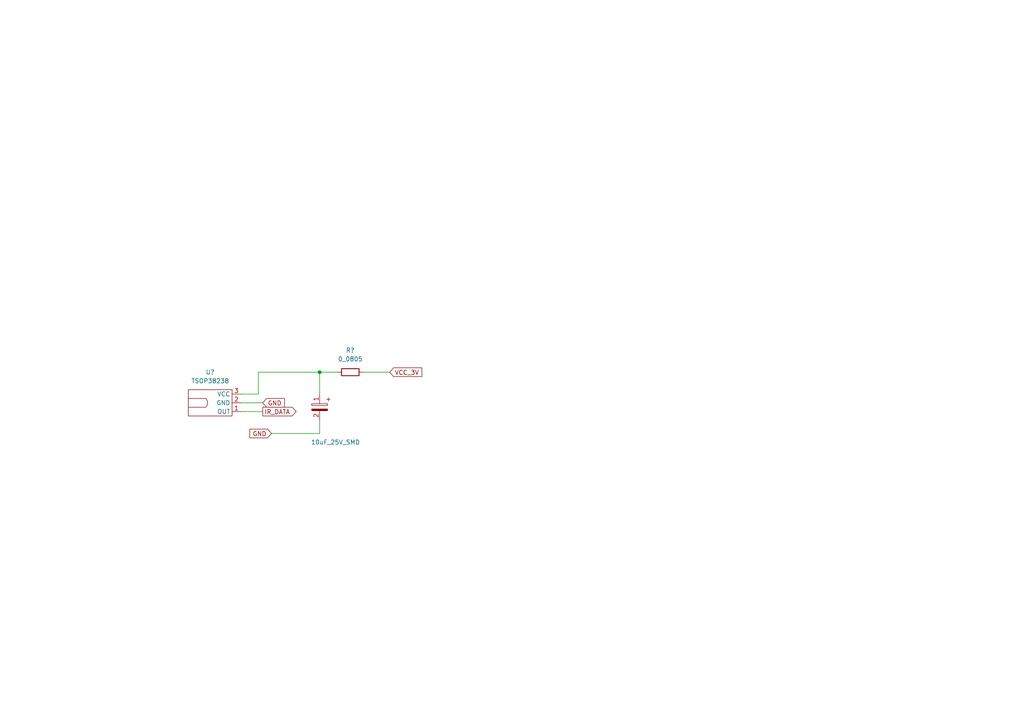
<source format=kicad_sch>
(kicad_sch (version 20250114) (generator "eeschema") (generator_version "9.0")
  (paper "A4")
  (lib_symbols
    (symbol "Device:R" (pin_numbers (hide yes)) (pin_names (offset 0))
      (property "Reference" "R" (at 2.032 0 90))
      (property "Value" "R" (at 0 0 90))
      (symbol "R_0_1"
        (rectangle (start -1.016 -2.54) (end 1.016 2.54) (stroke (width 0.254)))
      )
      (symbol "R_1_1"
        (pin passive line (at 0 3.81 270) (length 1.27) (name "~") (number "1"))
        (pin passive line (at 0 -3.81 90) (length 1.27) (name "~") (number "2"))
      )
    )
    (symbol "fevino:ElecCap"
      (symbol "ElecCap_0_1"
        (rectangle (start -2.286 0.508) (end 2.286 1.016))
        (polyline (pts (xy 2.032 2.286) (xy 3.048 2.286)))
        (rectangle (start 2.286 -0.508) (end -2.286 -1.016) (fill (type outline)))
        (polyline (pts (xy 2.54 2.794) (xy 2.54 1.778)))
      )
      (symbol "ElecCap_1_1"
        (pin passive line (at 0 3.81 270) (length 2.794) (name "~") (number "1"))
        (pin passive line (at 0 -3.81 90) (length 2.794) (name "~") (number "2"))
      )
    )
    (symbol "fevino:ir"
      (property "Reference" "U" (at 0 7.62 0))
      (symbol "ir_0_1"
        (rectangle (start -3.81 12.7) (end 3.81 0))
        (polyline (pts (xy -1.27 12.7) (xy -1.27 7.62)))
        (arc (start 1.27 7.62) (mid 0 7.0939) (end -1.27 7.62))
        (polyline (pts (xy 1.27 12.7) (xy 1.27 7.62)))
      )
      (symbol "ir_1_1"
        (pin input line (at -2.54 -2.54 90) (length 2.54) (name "OUT") (number "1"))
        (pin input line (at 0 -2.54 90) (length 2.54) (name "GND") (number "2"))
        (pin input line (at 2.54 -2.54 90) (length 2.54) (name "VCC") (number "3"))
      )
    )
  )
  (junction (at 92.71 107.95))
  (wire (pts (xy 92.71 107.95) (xy 97.79 107.95)))
  (wire (pts (xy 74.93 107.95) (xy 74.93 114.3)))
  (wire (pts (xy 92.71 125.73) (xy 92.71 121.92)))
  (wire (pts (xy 74.93 114.3) (xy 69.85 114.3)))
  (wire (pts (xy 92.71 107.95) (xy 92.71 114.3)))
  (wire (pts (xy 69.85 119.38) (xy 76.2 119.38)))
  (wire (pts (xy 92.71 107.95) (xy 74.93 107.95)))
  (wire (pts (xy 78.74 125.73) (xy 92.71 125.73)))
  (wire (pts (xy 105.41 107.95) (xy 113.03 107.95)))
  (wire (pts (xy 69.85 116.84) (xy 76.2 116.84)))
  (global_label "GND" (shape input) (at 76.2 116.84 0) (property "Intersheetrefs" "${INTERSHEET_REFS}" (effects (hide yes))))
  (global_label "GND" (shape input) (at 78.74 125.73 180) (property "Intersheetrefs" "${INTERSHEET_REFS}" (effects (hide yes))))
  (global_label "IR_DATA" (shape output) (at 76.2 119.38 0) (property "Intersheetrefs" "${INTERSHEET_REFS}" (effects (hide yes))))
  (global_label "VCC_3V" (shape input) (at 113.03 107.95 0) (property "Intersheetrefs" "${INTERSHEET_REFS}" (effects (hide yes))))
  (symbol (lib_id "fevino:ir") (at 67.31 116.84 90) (unit 1)
    (property "Reference" "U4" (at 60.96 107.95 90))
    (property "Value" "TSOP38238" (at 60.96 110.49 90))
    (property "Footprint" "fevino:ir" (effects (hide yes)))
    (property "Datasheet" "http://www.vishay.com/docs/82491/tsop382.pdf" (effects (hide yes)))
    (instances (project "" (path "" (reference "U?") (unit 1)) (path "" (reference "U4") (unit 1))) (project "Touch Panel P1 (2+0) Rev 1.0" (path "" (reference "U?") (unit 1))))
  )
  (symbol (lib_id "fevino:ElecCap") (at 92.71 118.11 0) (unit 1)
    (property "Reference" "U5" (effects (hide yes)))
    (property "Value" "10uF_25V_SMD" (at 90.17 128.27 0) (effects (justify left)))
    (property "Footprint" "fevino:Elec_4x5.3mm" (effects (hide yes)))
    (instances (project "equ" (path "" (reference "U?") (unit 1)) (path "" (reference "U5") (unit 1))))
  )
  (symbol (lib_id "Device:R") (at 101.6 107.95 90) (unit 1)
    (property "Reference" "R4" (at 101.6 101.6 90))
    (property "Value" "0_0805" (at 101.6 104.14 90))
    (property "Footprint" "fevino:R_0805" (effects (hide yes)))
    (property "Description" "Resistor" (effects (hide yes)))
    (instances (project "" (path "" (reference "R?") (unit 1)) (path "" (reference "R4") (unit 1))))
  )
)
</source>
